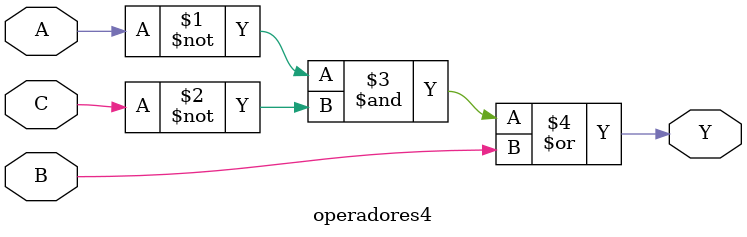
<source format=v>
module gateLevel1(input wire A, B, C, output wire Y );

  wire SNA, SNB, SNC, S4, S5, S6;

  not (SNA, A);
  not (SNB, B);
  not (SNC, C);
  and (S4, SNA, SNC);
  and (S5, A, C);
  and (S6, A, SNB);
  or (Y, S4, S5, S6);
endmodule

module gateLevel2(input wire A, B, C, output wire Y );


  not(Y, B);
endmodule


module gateLevel3(input wire A, B, C, D, output wire Y );

  wire SNA, SNB, SNC, SND, S4, S5, S6, S7, S8, S9, S10, S11;

  not (SNA, A);
  not (SNB, B);
  not (SNC, C);
  not (SND, D);
  and (S4, SNA, SNB, SNC, SND);
  and (S5, A, B, SNC, SND);
  and (S6, SNA, B, SNC, D);
  and (S7, A, SNB, SNC, D);
  and (S8, SNA, SNB, C, D);
  and (S9, A, B, C, D);
  and (S10, SNA, B, C, SND);
  and (S11, A, SNB, C, SND);
  or (Y, S4, S5, S6, S7, S8, S9, S10, S11);
endmodule

module gateLevel4(input wire A, B, C, D, output wire Y );
  wire SNB, SND, S4, S5, S6;

  not (SNB, B);
  not (SND, D);
  and (S4, A, C);
  and (S5, A, B);
  and (S6, SNB, SND);
  or (Y, S4, S5, S6);
endmodule

module operadores1(input wire A, B, C, D, output wire Y);

  assign Y = (~B & ~C & ~D ) | (A & ~C) | (A & ~B) | (A & ~D);
endmodule

module operadores2 (input wire A, B, C, output wire Y);
  assign Y = (C | ~B);
endmodule

module operadores3 (input wire A, B, C, D, output wire Y);
  assign Y = B | (~C & D ) | (A & D);
endmodule

module operadores4 (input wire A, B, C, output wire Y);
  assign Y = (~A & ~C) | B;
endmodule

</source>
